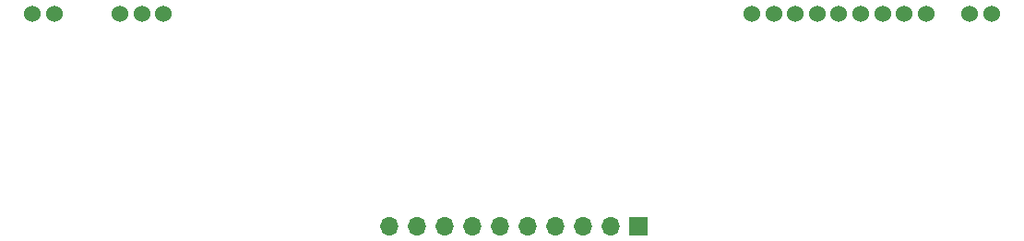
<source format=gbr>
%TF.GenerationSoftware,KiCad,Pcbnew,7.0.9*%
%TF.CreationDate,2024-02-18T16:29:39+01:00*%
%TF.ProjectId,VFD-Driverboard,5646442d-4472-4697-9665-72626f617264,rev?*%
%TF.SameCoordinates,Original*%
%TF.FileFunction,Soldermask,Bot*%
%TF.FilePolarity,Negative*%
%FSLAX46Y46*%
G04 Gerber Fmt 4.6, Leading zero omitted, Abs format (unit mm)*
G04 Created by KiCad (PCBNEW 7.0.9) date 2024-02-18 16:29:39*
%MOMM*%
%LPD*%
G01*
G04 APERTURE LIST*
%ADD10C,1.524000*%
%ADD11R,1.700000X1.700000*%
%ADD12O,1.700000X1.700000*%
G04 APERTURE END LIST*
D10*
%TO.C,V1*%
X107405600Y-15798800D03*
X105405600Y-15798800D03*
X101405600Y-15798800D03*
X99405600Y-15798800D03*
X97405600Y-15798800D03*
X95405600Y-15798800D03*
X93405600Y-15798800D03*
X91405600Y-15798800D03*
X89405600Y-15798800D03*
X87405600Y-15798800D03*
X85405600Y-15798800D03*
X31405600Y-15798800D03*
X29405600Y-15798800D03*
X27405600Y-15798800D03*
X21405600Y-15798800D03*
X19405600Y-15798800D03*
%TD*%
D11*
%TO.C,J2*%
X75031600Y-35294800D03*
D12*
X72491600Y-35294800D03*
X69951600Y-35294800D03*
X67411600Y-35294800D03*
X64871600Y-35294800D03*
X62331600Y-35294800D03*
X59791600Y-35294800D03*
X57251600Y-35294800D03*
X54711600Y-35294800D03*
X52171600Y-35294800D03*
%TD*%
M02*

</source>
